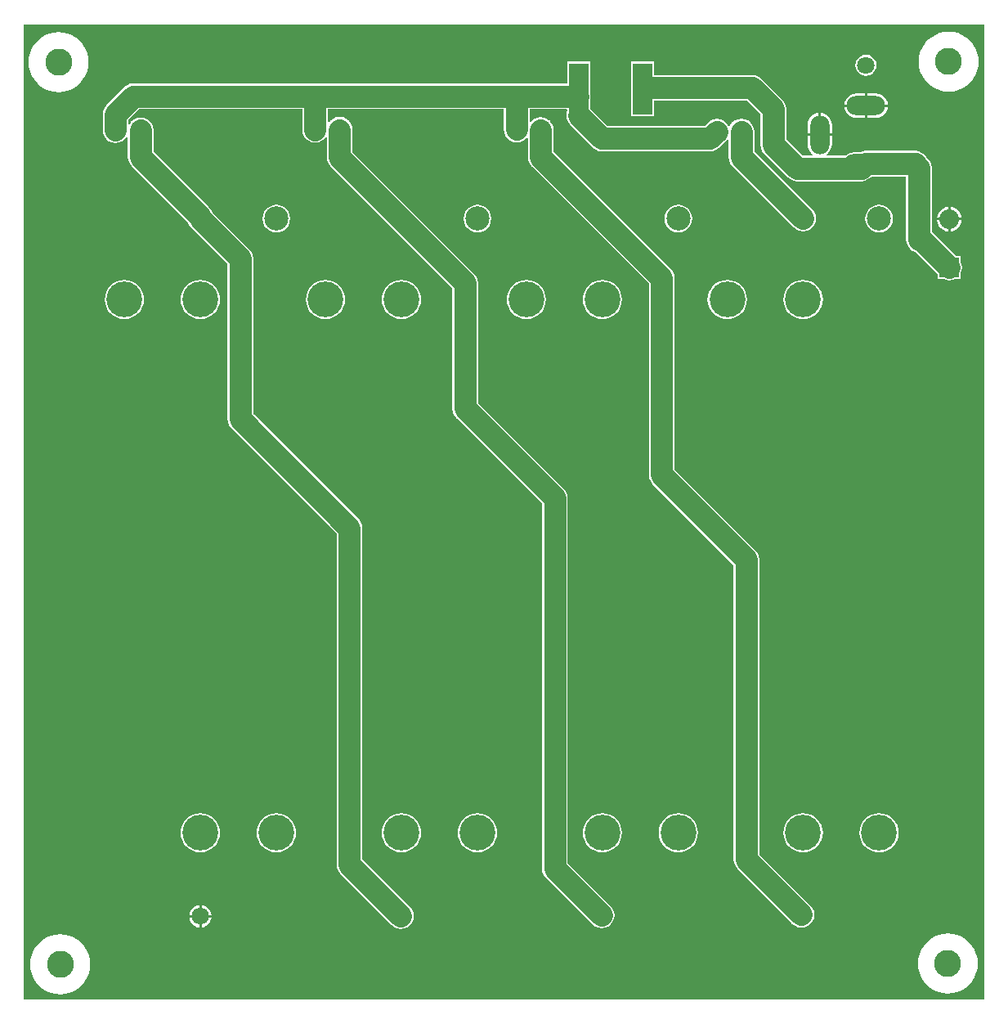
<source format=gbl>
G04*
G04 #@! TF.GenerationSoftware,Altium Limited,Altium Designer,19.1.5 (86)*
G04*
G04 Layer_Physical_Order=2*
G04 Layer_Color=16711680*
%FSLAX24Y24*%
%MOIN*%
G70*
G01*
G75*
%ADD25C,0.0070*%
%ADD26C,0.1457*%
%ADD27C,0.0709*%
%ADD28C,0.0984*%
%ADD29C,0.0800*%
%ADD30R,0.0800X0.0800*%
%ADD31O,0.1772X0.0787*%
%ADD32O,0.1575X0.0787*%
%ADD33O,0.0787X0.1575*%
%ADD34R,0.0620X0.0620*%
%ADD35C,0.0620*%
%ADD36C,0.1100*%
%ADD37R,0.0787X0.2087*%
%ADD38C,0.0900*%
G36*
X38860Y39460D02*
X38860Y-280D01*
X-280Y-280D01*
X-280Y39460D01*
X38860Y39460D01*
D02*
G37*
%LPC*%
G36*
X34050Y38232D02*
X33939Y38217D01*
X33836Y38174D01*
X33747Y38106D01*
X33679Y38018D01*
X33637Y37914D01*
X33622Y37804D01*
X33637Y37693D01*
X33679Y37590D01*
X33747Y37501D01*
X33836Y37433D01*
X33939Y37390D01*
X34050Y37376D01*
X34161Y37390D01*
X34264Y37433D01*
X34353Y37501D01*
X34421Y37590D01*
X34463Y37693D01*
X34478Y37804D01*
X34463Y37914D01*
X34421Y38018D01*
X34353Y38106D01*
X34264Y38174D01*
X34161Y38217D01*
X34050Y38232D01*
D02*
G37*
G36*
X37420Y39174D02*
X37229Y39159D01*
X37042Y39114D01*
X36864Y39040D01*
X36701Y38940D01*
X36555Y38815D01*
X36430Y38669D01*
X36330Y38506D01*
X36256Y38328D01*
X36211Y38141D01*
X36196Y37950D01*
X36211Y37759D01*
X36256Y37572D01*
X36330Y37394D01*
X36430Y37231D01*
X36555Y37085D01*
X36701Y36960D01*
X36864Y36860D01*
X37042Y36786D01*
X37229Y36741D01*
X37420Y36726D01*
X37611Y36741D01*
X37798Y36786D01*
X37976Y36860D01*
X38139Y36960D01*
X38285Y37085D01*
X38410Y37231D01*
X38510Y37394D01*
X38584Y37572D01*
X38629Y37759D01*
X38644Y37950D01*
X38629Y38141D01*
X38584Y38328D01*
X38510Y38506D01*
X38410Y38669D01*
X38285Y38815D01*
X38139Y38940D01*
X37976Y39040D01*
X37798Y39114D01*
X37611Y39159D01*
X37420Y39174D01*
D02*
G37*
G36*
X1130Y39154D02*
X939Y39139D01*
X752Y39094D01*
X574Y39020D01*
X411Y38920D01*
X265Y38795D01*
X140Y38649D01*
X40Y38486D01*
X-34Y38308D01*
X-79Y38121D01*
X-94Y37930D01*
X-79Y37739D01*
X-34Y37552D01*
X40Y37374D01*
X140Y37211D01*
X265Y37065D01*
X411Y36940D01*
X574Y36840D01*
X752Y36766D01*
X939Y36721D01*
X1130Y36706D01*
X1321Y36721D01*
X1508Y36766D01*
X1686Y36840D01*
X1849Y36940D01*
X1995Y37065D01*
X2120Y37211D01*
X2220Y37374D01*
X2294Y37552D01*
X2339Y37739D01*
X2354Y37930D01*
X2339Y38121D01*
X2294Y38308D01*
X2220Y38486D01*
X2120Y38649D01*
X1995Y38795D01*
X1849Y38920D01*
X1686Y39020D01*
X1508Y39094D01*
X1321Y39139D01*
X1130Y39154D01*
D02*
G37*
G36*
X34444Y36648D02*
X34100D01*
Y36200D01*
X34935D01*
X34925Y36279D01*
X34875Y36399D01*
X34796Y36502D01*
X34693Y36581D01*
X34573Y36631D01*
X34444Y36648D01*
D02*
G37*
G36*
X34000D02*
X33656D01*
X33527Y36631D01*
X33407Y36581D01*
X33304Y36502D01*
X33225Y36399D01*
X33175Y36279D01*
X33165Y36200D01*
X34000D01*
Y36648D01*
D02*
G37*
G36*
X34935Y36100D02*
X34100D01*
Y35652D01*
X34444D01*
X34573Y35669D01*
X34693Y35719D01*
X34796Y35798D01*
X34875Y35901D01*
X34925Y36021D01*
X34935Y36100D01*
D02*
G37*
G36*
X34000D02*
X33165D01*
X33175Y36021D01*
X33225Y35901D01*
X33304Y35798D01*
X33407Y35719D01*
X33527Y35669D01*
X33656Y35652D01*
X34000D01*
Y36100D01*
D02*
G37*
G36*
X32210Y35854D02*
Y35019D01*
X32658D01*
Y35363D01*
X32641Y35491D01*
X32591Y35612D01*
X32512Y35715D01*
X32409Y35794D01*
X32289Y35844D01*
X32210Y35854D01*
D02*
G37*
G36*
X32110D02*
X32031Y35844D01*
X31911Y35794D01*
X31808Y35715D01*
X31729Y35612D01*
X31679Y35491D01*
X31662Y35363D01*
Y35019D01*
X32110D01*
Y35854D01*
D02*
G37*
G36*
X37500Y32026D02*
Y31579D01*
X37948D01*
X37937Y31659D01*
X37887Y31781D01*
X37807Y31885D01*
X37702Y31965D01*
X37581Y32016D01*
X37500Y32026D01*
D02*
G37*
G36*
X37400D02*
X37319Y32016D01*
X37198Y31965D01*
X37093Y31885D01*
X37013Y31781D01*
X36963Y31659D01*
X36952Y31579D01*
X37400D01*
Y32026D01*
D02*
G37*
G36*
X37948Y31479D02*
X37500D01*
Y31031D01*
X37581Y31041D01*
X37702Y31092D01*
X37807Y31172D01*
X37887Y31276D01*
X37937Y31398D01*
X37948Y31479D01*
D02*
G37*
G36*
X37400D02*
X36952D01*
X36963Y31398D01*
X37013Y31276D01*
X37093Y31172D01*
X37198Y31092D01*
X37319Y31041D01*
X37400Y31031D01*
Y31479D01*
D02*
G37*
G36*
X22814Y37943D02*
X21887D01*
Y37064D01*
X4190D01*
X4054Y37047D01*
X3928Y36994D01*
X3819Y36911D01*
X3079Y36171D01*
X2996Y36062D01*
X2943Y35936D01*
X2926Y35800D01*
Y35150D01*
X2943Y35014D01*
X2996Y34888D01*
X3079Y34779D01*
X3188Y34696D01*
X3314Y34643D01*
X3450Y34626D01*
X3586Y34643D01*
X3712Y34696D01*
X3821Y34779D01*
X3904Y34888D01*
X3906Y34893D01*
X3956Y34883D01*
Y34060D01*
X3973Y33924D01*
X4026Y33798D01*
X4109Y33689D01*
X6414Y31384D01*
X6454Y31287D01*
X6538Y31178D01*
X8016Y29700D01*
Y23390D01*
X8033Y23254D01*
X8086Y23128D01*
X8169Y23019D01*
X12466Y18723D01*
Y5215D01*
X12483Y5079D01*
X12536Y4952D01*
X12619Y4844D01*
X14718Y2745D01*
X14826Y2662D01*
X14953Y2610D01*
X15088Y2592D01*
X15224Y2610D01*
X15351Y2662D01*
X15459Y2745D01*
X15543Y2854D01*
X15595Y2980D01*
X15613Y3116D01*
X15595Y3252D01*
X15543Y3378D01*
X15459Y3487D01*
X13514Y5432D01*
Y18940D01*
X13497Y19076D01*
X13444Y19202D01*
X13361Y19311D01*
X9064Y23607D01*
Y29918D01*
X9047Y30053D01*
X8994Y30180D01*
X8911Y30289D01*
X7403Y31796D01*
X7363Y31894D01*
X7279Y32002D01*
X5004Y34277D01*
Y35150D01*
X4987Y35286D01*
X4934Y35412D01*
X4851Y35521D01*
X4742Y35604D01*
X4616Y35657D01*
X4480Y35674D01*
X4344Y35657D01*
X4218Y35604D01*
X4121Y35530D01*
X4070D01*
Y35470D01*
X4026Y35412D01*
X4024Y35407D01*
X3974Y35417D01*
Y35583D01*
X4407Y36016D01*
X11066D01*
Y35170D01*
X11083Y35034D01*
X11136Y34908D01*
X11219Y34799D01*
X11328Y34716D01*
X11454Y34663D01*
X11590Y34646D01*
X11726Y34663D01*
X11852Y34716D01*
X11961Y34799D01*
X12016Y34870D01*
X12066Y34853D01*
Y34048D01*
X12083Y33912D01*
X12136Y33785D01*
X12219Y33677D01*
X17186Y28710D01*
Y23810D01*
X17203Y23674D01*
X17256Y23548D01*
X17339Y23439D01*
X20836Y19943D01*
Y5067D01*
X20853Y4931D01*
X20906Y4805D01*
X20989Y4696D01*
X22899Y2786D01*
X23008Y2703D01*
X23134Y2650D01*
X23270Y2632D01*
X23406Y2650D01*
X23532Y2703D01*
X23641Y2786D01*
X23724Y2895D01*
X23777Y3021D01*
X23794Y3157D01*
X23777Y3293D01*
X23724Y3419D01*
X23641Y3528D01*
X21884Y5284D01*
Y20160D01*
X21867Y20296D01*
X21814Y20422D01*
X21731Y20531D01*
X18234Y24027D01*
Y28928D01*
X18217Y29063D01*
X18164Y29190D01*
X18081Y29299D01*
X13114Y34265D01*
Y35170D01*
X13097Y35306D01*
X13044Y35432D01*
X12970Y35529D01*
Y35550D01*
X12949D01*
X12852Y35624D01*
X12726Y35677D01*
X12590Y35694D01*
X12454Y35677D01*
X12328Y35624D01*
X12231Y35550D01*
X12210D01*
Y35529D01*
X12164Y35470D01*
X12114Y35487D01*
Y36016D01*
X19286D01*
Y35180D01*
X19303Y35044D01*
X19356Y34918D01*
X19439Y34809D01*
X19548Y34726D01*
X19674Y34673D01*
X19810Y34656D01*
X19946Y34673D01*
X20072Y34726D01*
X20181Y34809D01*
X20216Y34854D01*
X20266Y34837D01*
Y34070D01*
X20283Y33934D01*
X20336Y33808D01*
X20419Y33699D01*
X25196Y28923D01*
Y21110D01*
X25213Y20974D01*
X25266Y20848D01*
X25349Y20739D01*
X28656Y17433D01*
X28656Y5417D01*
X28673Y5281D01*
X28726Y5155D01*
X28809Y5046D01*
X31049Y2806D01*
X31158Y2723D01*
X31284Y2670D01*
X31420Y2652D01*
X31556Y2670D01*
X31682Y2723D01*
X31791Y2806D01*
X31874Y2915D01*
X31927Y3041D01*
X31944Y3177D01*
X31927Y3313D01*
X31874Y3439D01*
X31791Y3548D01*
X29704Y5634D01*
X29704Y17650D01*
X29687Y17786D01*
X29634Y17912D01*
X29551Y18021D01*
X26244Y21327D01*
Y29140D01*
X26227Y29276D01*
X26174Y29402D01*
X26091Y29511D01*
X21314Y34287D01*
Y35160D01*
X21297Y35296D01*
X21244Y35422D01*
X21190Y35493D01*
Y35560D01*
X21123D01*
X21052Y35614D01*
X20926Y35667D01*
X20790Y35684D01*
X20654Y35667D01*
X20528Y35614D01*
X20457Y35560D01*
X20430D01*
Y35539D01*
X20419Y35531D01*
X20384Y35486D01*
X20334Y35503D01*
Y36016D01*
X21849D01*
X21878Y35966D01*
X21844Y35885D01*
X21826Y35749D01*
X21844Y35613D01*
X21897Y35487D01*
X21980Y35378D01*
X22919Y34439D01*
X23028Y34356D01*
X23154Y34303D01*
X23290Y34286D01*
X27680D01*
X27816Y34303D01*
X27942Y34356D01*
X28051Y34439D01*
X28341Y34729D01*
X28396Y34800D01*
X28446Y34783D01*
Y34070D01*
X28463Y33934D01*
X28516Y33808D01*
X28599Y33699D01*
X31119Y31179D01*
X31228Y31096D01*
X31354Y31043D01*
X31490Y31026D01*
X31626Y31043D01*
X31752Y31096D01*
X31861Y31179D01*
X31944Y31288D01*
X31997Y31414D01*
X32014Y31550D01*
X31997Y31686D01*
X31944Y31812D01*
X31861Y31921D01*
X29494Y34287D01*
Y35100D01*
X29477Y35236D01*
X29424Y35362D01*
X29350Y35459D01*
Y35480D01*
X29329D01*
X29232Y35554D01*
X29106Y35607D01*
X28970Y35624D01*
X28834Y35607D01*
X28708Y35554D01*
X28611Y35480D01*
X28590D01*
Y35459D01*
X28516Y35362D01*
X28495Y35312D01*
X28445D01*
X28424Y35362D01*
X28341Y35471D01*
X28232Y35554D01*
X28106Y35607D01*
X27970Y35624D01*
X27834Y35607D01*
X27708Y35554D01*
X27599Y35471D01*
X27463Y35334D01*
X23507D01*
X22814Y36027D01*
Y36506D01*
X22819Y36540D01*
X22814Y36574D01*
Y37943D01*
D02*
G37*
G36*
X34588Y32117D02*
X34442Y32098D01*
X34305Y32041D01*
X34188Y31951D01*
X34097Y31833D01*
X34041Y31697D01*
X34021Y31550D01*
X34041Y31403D01*
X34097Y31267D01*
X34188Y31149D01*
X34305Y31059D01*
X34442Y31002D01*
X34588Y30983D01*
X34735Y31002D01*
X34872Y31059D01*
X34989Y31149D01*
X35079Y31267D01*
X35136Y31403D01*
X35155Y31550D01*
X35136Y31697D01*
X35079Y31833D01*
X34989Y31951D01*
X34872Y32041D01*
X34735Y32098D01*
X34588Y32117D01*
D02*
G37*
G36*
X26398D02*
X26252Y32098D01*
X26115Y32041D01*
X25998Y31951D01*
X25907Y31833D01*
X25851Y31697D01*
X25831Y31550D01*
X25851Y31403D01*
X25907Y31267D01*
X25998Y31149D01*
X26115Y31059D01*
X26252Y31002D01*
X26398Y30983D01*
X26545Y31002D01*
X26682Y31059D01*
X26799Y31149D01*
X26889Y31267D01*
X26946Y31403D01*
X26965Y31550D01*
X26946Y31697D01*
X26889Y31833D01*
X26799Y31951D01*
X26682Y32041D01*
X26545Y32098D01*
X26398Y32117D01*
D02*
G37*
G36*
X18208D02*
X18062Y32098D01*
X17925Y32041D01*
X17808Y31951D01*
X17717Y31833D01*
X17661Y31697D01*
X17641Y31550D01*
X17661Y31403D01*
X17717Y31267D01*
X17808Y31149D01*
X17925Y31059D01*
X18062Y31002D01*
X18208Y30983D01*
X18355Y31002D01*
X18492Y31059D01*
X18609Y31149D01*
X18699Y31267D01*
X18756Y31403D01*
X18775Y31550D01*
X18756Y31697D01*
X18699Y31833D01*
X18609Y31951D01*
X18492Y32041D01*
X18355Y32098D01*
X18208Y32117D01*
D02*
G37*
G36*
X10008D02*
X9862Y32098D01*
X9725Y32041D01*
X9608Y31951D01*
X9517Y31833D01*
X9461Y31697D01*
X9441Y31550D01*
X9461Y31403D01*
X9517Y31267D01*
X9608Y31149D01*
X9725Y31059D01*
X9862Y31002D01*
X10008Y30983D01*
X10155Y31002D01*
X10292Y31059D01*
X10409Y31149D01*
X10499Y31267D01*
X10556Y31403D01*
X10575Y31550D01*
X10556Y31697D01*
X10499Y31833D01*
X10409Y31951D01*
X10292Y32041D01*
X10155Y32098D01*
X10008Y32117D01*
D02*
G37*
G36*
X25413Y37943D02*
X24486D01*
Y36962D01*
X24475Y36880D01*
X24486Y36798D01*
Y35717D01*
X25413D01*
Y36356D01*
X29203D01*
X29746Y35813D01*
Y34570D01*
X29763Y34434D01*
X29816Y34308D01*
X29899Y34199D01*
X30869Y33229D01*
X30978Y33146D01*
X31104Y33093D01*
X31240Y33076D01*
X33862D01*
X33998Y33093D01*
X34124Y33146D01*
X34233Y33229D01*
X34259Y33263D01*
X35689D01*
Y30697D01*
X35707Y30561D01*
X35759Y30434D01*
X35843Y30326D01*
X35951Y30242D01*
X36078Y30190D01*
X36078Y30190D01*
X36980Y29288D01*
Y29090D01*
X37226D01*
X37314Y29053D01*
X37450Y29036D01*
X37586Y29053D01*
X37674Y29090D01*
X37920D01*
Y29336D01*
X37957Y29424D01*
X37974Y29560D01*
X37957Y29696D01*
X37920Y29784D01*
Y30030D01*
X37722D01*
X36738Y31014D01*
Y33637D01*
X36720Y33772D01*
X36668Y33899D01*
X36584Y34007D01*
X36499Y34073D01*
X36433Y34159D01*
X36324Y34242D01*
X36198Y34294D01*
X36062Y34312D01*
X34050D01*
X33914Y34294D01*
X33820Y34255D01*
X33558D01*
X33437Y34240D01*
X33324Y34193D01*
X33235Y34124D01*
X32466D01*
X32449Y34174D01*
X32512Y34223D01*
X32591Y34326D01*
X32641Y34446D01*
X32658Y34575D01*
Y34919D01*
X31662D01*
Y34575D01*
X31679Y34446D01*
X31729Y34326D01*
X31808Y34223D01*
X31871Y34174D01*
X31854Y34124D01*
X31457D01*
X30794Y34787D01*
Y36030D01*
X30777Y36166D01*
X30724Y36292D01*
X30641Y36401D01*
X29791Y37251D01*
X29682Y37334D01*
X29556Y37387D01*
X29420Y37404D01*
X25413D01*
Y37943D01*
D02*
G37*
G36*
X31490Y29053D02*
X31333Y29038D01*
X31183Y28992D01*
X31044Y28918D01*
X30923Y28818D01*
X30823Y28696D01*
X30749Y28558D01*
X30703Y28407D01*
X30688Y28251D01*
X30703Y28094D01*
X30749Y27944D01*
X30823Y27805D01*
X30923Y27684D01*
X31044Y27584D01*
X31183Y27510D01*
X31333Y27464D01*
X31490Y27449D01*
X31646Y27464D01*
X31797Y27510D01*
X31936Y27584D01*
X32057Y27684D01*
X32157Y27805D01*
X32231Y27944D01*
X32277Y28094D01*
X32292Y28251D01*
X32277Y28407D01*
X32231Y28558D01*
X32157Y28696D01*
X32057Y28818D01*
X31936Y28918D01*
X31797Y28992D01*
X31646Y29038D01*
X31490Y29053D01*
D02*
G37*
G36*
X28392D02*
X28235Y29038D01*
X28085Y28992D01*
X27946Y28918D01*
X27824Y28818D01*
X27725Y28696D01*
X27650Y28558D01*
X27605Y28407D01*
X27589Y28251D01*
X27605Y28094D01*
X27650Y27944D01*
X27725Y27805D01*
X27824Y27684D01*
X27946Y27584D01*
X28085Y27510D01*
X28235Y27464D01*
X28392Y27449D01*
X28548Y27464D01*
X28699Y27510D01*
X28837Y27584D01*
X28959Y27684D01*
X29059Y27805D01*
X29133Y27944D01*
X29178Y28094D01*
X29194Y28251D01*
X29178Y28407D01*
X29133Y28558D01*
X29059Y28696D01*
X28959Y28818D01*
X28837Y28918D01*
X28699Y28992D01*
X28548Y29038D01*
X28392Y29053D01*
D02*
G37*
G36*
X23300D02*
X23143Y29038D01*
X22993Y28992D01*
X22854Y28918D01*
X22733Y28818D01*
X22633Y28696D01*
X22559Y28558D01*
X22513Y28407D01*
X22498Y28251D01*
X22513Y28094D01*
X22559Y27944D01*
X22633Y27805D01*
X22733Y27684D01*
X22854Y27584D01*
X22993Y27510D01*
X23143Y27464D01*
X23300Y27449D01*
X23456Y27464D01*
X23607Y27510D01*
X23746Y27584D01*
X23867Y27684D01*
X23967Y27805D01*
X24041Y27944D01*
X24087Y28094D01*
X24102Y28251D01*
X24087Y28407D01*
X24041Y28558D01*
X23967Y28696D01*
X23867Y28818D01*
X23746Y28918D01*
X23607Y28992D01*
X23456Y29038D01*
X23300Y29053D01*
D02*
G37*
G36*
X20202D02*
X20045Y29038D01*
X19895Y28992D01*
X19756Y28918D01*
X19634Y28818D01*
X19535Y28696D01*
X19460Y28558D01*
X19415Y28407D01*
X19399Y28251D01*
X19415Y28094D01*
X19460Y27944D01*
X19535Y27805D01*
X19634Y27684D01*
X19756Y27584D01*
X19895Y27510D01*
X20045Y27464D01*
X20202Y27449D01*
X20358Y27464D01*
X20509Y27510D01*
X20647Y27584D01*
X20769Y27684D01*
X20869Y27805D01*
X20943Y27944D01*
X20988Y28094D01*
X21004Y28251D01*
X20988Y28407D01*
X20943Y28558D01*
X20869Y28696D01*
X20769Y28818D01*
X20647Y28918D01*
X20509Y28992D01*
X20358Y29038D01*
X20202Y29053D01*
D02*
G37*
G36*
X15110D02*
X14954Y29038D01*
X14803Y28992D01*
X14664Y28918D01*
X14543Y28818D01*
X14443Y28696D01*
X14369Y28558D01*
X14323Y28407D01*
X14308Y28251D01*
X14323Y28094D01*
X14369Y27944D01*
X14443Y27805D01*
X14543Y27684D01*
X14664Y27584D01*
X14803Y27510D01*
X14954Y27464D01*
X15110Y27449D01*
X15266Y27464D01*
X15417Y27510D01*
X15556Y27584D01*
X15677Y27684D01*
X15777Y27805D01*
X15851Y27944D01*
X15897Y28094D01*
X15912Y28251D01*
X15897Y28407D01*
X15851Y28558D01*
X15777Y28696D01*
X15677Y28818D01*
X15556Y28918D01*
X15417Y28992D01*
X15266Y29038D01*
X15110Y29053D01*
D02*
G37*
G36*
X12012D02*
X11855Y29038D01*
X11705Y28992D01*
X11566Y28918D01*
X11444Y28818D01*
X11345Y28696D01*
X11270Y28558D01*
X11225Y28407D01*
X11209Y28251D01*
X11225Y28094D01*
X11270Y27944D01*
X11345Y27805D01*
X11444Y27684D01*
X11566Y27584D01*
X11705Y27510D01*
X11855Y27464D01*
X12012Y27449D01*
X12168Y27464D01*
X12319Y27510D01*
X12457Y27584D01*
X12579Y27684D01*
X12679Y27805D01*
X12753Y27944D01*
X12798Y28094D01*
X12814Y28251D01*
X12798Y28407D01*
X12753Y28558D01*
X12679Y28696D01*
X12579Y28818D01*
X12457Y28918D01*
X12319Y28992D01*
X12168Y29038D01*
X12012Y29053D01*
D02*
G37*
G36*
X6910D02*
X6754Y29038D01*
X6603Y28992D01*
X6464Y28918D01*
X6343Y28818D01*
X6243Y28696D01*
X6169Y28558D01*
X6123Y28407D01*
X6108Y28251D01*
X6123Y28094D01*
X6169Y27944D01*
X6243Y27805D01*
X6343Y27684D01*
X6464Y27584D01*
X6603Y27510D01*
X6754Y27464D01*
X6910Y27449D01*
X7067Y27464D01*
X7217Y27510D01*
X7356Y27584D01*
X7477Y27684D01*
X7577Y27805D01*
X7651Y27944D01*
X7697Y28094D01*
X7712Y28251D01*
X7697Y28407D01*
X7651Y28558D01*
X7577Y28696D01*
X7477Y28818D01*
X7356Y28918D01*
X7217Y28992D01*
X7067Y29038D01*
X6910Y29053D01*
D02*
G37*
G36*
X3812D02*
X3655Y29038D01*
X3505Y28992D01*
X3366Y28918D01*
X3244Y28818D01*
X3145Y28696D01*
X3070Y28558D01*
X3025Y28407D01*
X3009Y28251D01*
X3025Y28094D01*
X3070Y27944D01*
X3145Y27805D01*
X3244Y27684D01*
X3366Y27584D01*
X3505Y27510D01*
X3655Y27464D01*
X3812Y27449D01*
X3968Y27464D01*
X4119Y27510D01*
X4257Y27584D01*
X4379Y27684D01*
X4479Y27805D01*
X4553Y27944D01*
X4598Y28094D01*
X4614Y28251D01*
X4598Y28407D01*
X4553Y28558D01*
X4479Y28696D01*
X4379Y28818D01*
X4257Y28918D01*
X4119Y28992D01*
X3968Y29038D01*
X3812Y29053D01*
D02*
G37*
G36*
X34588Y7321D02*
X34432Y7305D01*
X34281Y7260D01*
X34143Y7186D01*
X34021Y7086D01*
X33921Y6964D01*
X33847Y6826D01*
X33802Y6675D01*
X33786Y6518D01*
X33802Y6362D01*
X33847Y6212D01*
X33921Y6073D01*
X34021Y5951D01*
X34143Y5851D01*
X34281Y5777D01*
X34432Y5732D01*
X34588Y5716D01*
X34745Y5732D01*
X34895Y5777D01*
X35034Y5851D01*
X35156Y5951D01*
X35255Y6073D01*
X35330Y6212D01*
X35375Y6362D01*
X35391Y6518D01*
X35375Y6675D01*
X35330Y6826D01*
X35255Y6964D01*
X35156Y7086D01*
X35034Y7186D01*
X34895Y7260D01*
X34745Y7305D01*
X34588Y7321D01*
D02*
G37*
G36*
X31490D02*
X31333Y7305D01*
X31183Y7260D01*
X31044Y7186D01*
X30923Y7086D01*
X30823Y6964D01*
X30749Y6826D01*
X30703Y6675D01*
X30688Y6518D01*
X30703Y6362D01*
X30749Y6212D01*
X30823Y6073D01*
X30923Y5951D01*
X31044Y5851D01*
X31183Y5777D01*
X31333Y5732D01*
X31490Y5716D01*
X31646Y5732D01*
X31797Y5777D01*
X31936Y5851D01*
X32057Y5951D01*
X32157Y6073D01*
X32231Y6212D01*
X32277Y6362D01*
X32292Y6518D01*
X32277Y6675D01*
X32231Y6826D01*
X32157Y6964D01*
X32057Y7086D01*
X31936Y7186D01*
X31797Y7260D01*
X31646Y7305D01*
X31490Y7321D01*
D02*
G37*
G36*
X26398D02*
X26242Y7305D01*
X26091Y7260D01*
X25953Y7186D01*
X25831Y7086D01*
X25731Y6964D01*
X25657Y6826D01*
X25612Y6675D01*
X25596Y6518D01*
X25612Y6362D01*
X25657Y6212D01*
X25731Y6073D01*
X25831Y5951D01*
X25953Y5851D01*
X26091Y5777D01*
X26242Y5732D01*
X26398Y5716D01*
X26555Y5732D01*
X26705Y5777D01*
X26844Y5851D01*
X26966Y5951D01*
X27065Y6073D01*
X27140Y6212D01*
X27185Y6362D01*
X27201Y6518D01*
X27185Y6675D01*
X27140Y6826D01*
X27065Y6964D01*
X26966Y7086D01*
X26844Y7186D01*
X26705Y7260D01*
X26555Y7305D01*
X26398Y7321D01*
D02*
G37*
G36*
X23300D02*
X23143Y7305D01*
X22993Y7260D01*
X22854Y7186D01*
X22733Y7086D01*
X22633Y6964D01*
X22559Y6826D01*
X22513Y6675D01*
X22498Y6518D01*
X22513Y6362D01*
X22559Y6212D01*
X22633Y6073D01*
X22733Y5951D01*
X22854Y5851D01*
X22993Y5777D01*
X23143Y5732D01*
X23300Y5716D01*
X23456Y5732D01*
X23607Y5777D01*
X23746Y5851D01*
X23867Y5951D01*
X23967Y6073D01*
X24041Y6212D01*
X24087Y6362D01*
X24102Y6518D01*
X24087Y6675D01*
X24041Y6826D01*
X23967Y6964D01*
X23867Y7086D01*
X23746Y7186D01*
X23607Y7260D01*
X23456Y7305D01*
X23300Y7321D01*
D02*
G37*
G36*
X18208D02*
X18052Y7305D01*
X17901Y7260D01*
X17763Y7186D01*
X17641Y7086D01*
X17541Y6964D01*
X17467Y6826D01*
X17422Y6675D01*
X17406Y6518D01*
X17422Y6362D01*
X17467Y6212D01*
X17541Y6073D01*
X17641Y5951D01*
X17763Y5851D01*
X17901Y5777D01*
X18052Y5732D01*
X18208Y5716D01*
X18365Y5732D01*
X18515Y5777D01*
X18654Y5851D01*
X18776Y5951D01*
X18875Y6073D01*
X18950Y6212D01*
X18995Y6362D01*
X19011Y6518D01*
X18995Y6675D01*
X18950Y6826D01*
X18875Y6964D01*
X18776Y7086D01*
X18654Y7186D01*
X18515Y7260D01*
X18365Y7305D01*
X18208Y7321D01*
D02*
G37*
G36*
X15110D02*
X14954Y7305D01*
X14803Y7260D01*
X14664Y7186D01*
X14543Y7086D01*
X14443Y6964D01*
X14369Y6826D01*
X14323Y6675D01*
X14308Y6518D01*
X14323Y6362D01*
X14369Y6212D01*
X14443Y6073D01*
X14543Y5951D01*
X14664Y5851D01*
X14803Y5777D01*
X14954Y5732D01*
X15110Y5716D01*
X15266Y5732D01*
X15417Y5777D01*
X15556Y5851D01*
X15677Y5951D01*
X15777Y6073D01*
X15851Y6212D01*
X15897Y6362D01*
X15912Y6518D01*
X15897Y6675D01*
X15851Y6826D01*
X15777Y6964D01*
X15677Y7086D01*
X15556Y7186D01*
X15417Y7260D01*
X15266Y7305D01*
X15110Y7321D01*
D02*
G37*
G36*
X10008D02*
X9852Y7305D01*
X9701Y7260D01*
X9563Y7186D01*
X9441Y7086D01*
X9341Y6964D01*
X9267Y6826D01*
X9222Y6675D01*
X9206Y6518D01*
X9222Y6362D01*
X9267Y6212D01*
X9341Y6073D01*
X9441Y5951D01*
X9563Y5851D01*
X9701Y5777D01*
X9852Y5732D01*
X10008Y5716D01*
X10165Y5732D01*
X10315Y5777D01*
X10454Y5851D01*
X10576Y5951D01*
X10675Y6073D01*
X10750Y6212D01*
X10795Y6362D01*
X10811Y6518D01*
X10795Y6675D01*
X10750Y6826D01*
X10675Y6964D01*
X10576Y7086D01*
X10454Y7186D01*
X10315Y7260D01*
X10165Y7305D01*
X10008Y7321D01*
D02*
G37*
G36*
X6910D02*
X6754Y7305D01*
X6603Y7260D01*
X6464Y7186D01*
X6343Y7086D01*
X6243Y6964D01*
X6169Y6826D01*
X6123Y6675D01*
X6108Y6518D01*
X6123Y6362D01*
X6169Y6212D01*
X6243Y6073D01*
X6343Y5951D01*
X6464Y5851D01*
X6603Y5777D01*
X6754Y5732D01*
X6910Y5716D01*
X7067Y5732D01*
X7217Y5777D01*
X7356Y5851D01*
X7477Y5951D01*
X7577Y6073D01*
X7651Y6212D01*
X7697Y6362D01*
X7712Y6518D01*
X7697Y6675D01*
X7651Y6826D01*
X7577Y6964D01*
X7477Y7086D01*
X7356Y7186D01*
X7217Y7260D01*
X7067Y7305D01*
X6910Y7321D01*
D02*
G37*
G36*
X6960Y3569D02*
Y3167D01*
X7362D01*
X7353Y3236D01*
X7307Y3346D01*
X7234Y3441D01*
X7139Y3514D01*
X7029Y3560D01*
X6960Y3569D01*
D02*
G37*
G36*
X6860D02*
X6791Y3560D01*
X6681Y3514D01*
X6586Y3441D01*
X6513Y3346D01*
X6467Y3236D01*
X6458Y3167D01*
X6860D01*
Y3569D01*
D02*
G37*
G36*
X7362Y3067D02*
X6960D01*
Y2665D01*
X7029Y2674D01*
X7139Y2720D01*
X7234Y2793D01*
X7307Y2888D01*
X7353Y2998D01*
X7362Y3067D01*
D02*
G37*
G36*
X6860D02*
X6458D01*
X6467Y2998D01*
X6513Y2888D01*
X6586Y2793D01*
X6681Y2720D01*
X6791Y2674D01*
X6860Y2665D01*
Y3067D01*
D02*
G37*
G36*
X37390Y2414D02*
X37199Y2399D01*
X37012Y2354D01*
X36834Y2280D01*
X36671Y2180D01*
X36525Y2055D01*
X36400Y1909D01*
X36300Y1746D01*
X36226Y1568D01*
X36181Y1381D01*
X36166Y1190D01*
X36181Y999D01*
X36226Y812D01*
X36300Y634D01*
X36400Y471D01*
X36525Y325D01*
X36671Y200D01*
X36834Y100D01*
X37012Y26D01*
X37199Y-19D01*
X37390Y-34D01*
X37581Y-19D01*
X37768Y26D01*
X37946Y100D01*
X38109Y200D01*
X38255Y325D01*
X38380Y471D01*
X38480Y634D01*
X38554Y812D01*
X38599Y999D01*
X38614Y1190D01*
X38599Y1381D01*
X38554Y1568D01*
X38480Y1746D01*
X38380Y1909D01*
X38255Y2055D01*
X38109Y2180D01*
X37946Y2280D01*
X37768Y2354D01*
X37581Y2399D01*
X37390Y2414D01*
D02*
G37*
G36*
X1200Y2384D02*
X1009Y2369D01*
X822Y2324D01*
X644Y2250D01*
X481Y2150D01*
X335Y2025D01*
X210Y1879D01*
X110Y1716D01*
X36Y1538D01*
X-9Y1351D01*
X-24Y1160D01*
X-9Y969D01*
X36Y782D01*
X110Y604D01*
X210Y441D01*
X335Y295D01*
X481Y170D01*
X644Y70D01*
X822Y-4D01*
X1009Y-49D01*
X1200Y-64D01*
X1391Y-49D01*
X1578Y-4D01*
X1756Y70D01*
X1919Y170D01*
X2065Y295D01*
X2190Y441D01*
X2290Y604D01*
X2364Y782D01*
X2409Y969D01*
X2424Y1160D01*
X2409Y1351D01*
X2364Y1538D01*
X2290Y1716D01*
X2190Y1879D01*
X2065Y2025D01*
X1919Y2150D01*
X1756Y2250D01*
X1578Y2324D01*
X1391Y2369D01*
X1200Y2384D01*
D02*
G37*
%LPD*%
D25*
X22351Y35749D02*
Y36830D01*
X33862Y33600D02*
X34050Y33788D01*
X24949Y36830D02*
X24999Y36880D01*
X32160Y34969D02*
Y35363D01*
X36062Y33788D02*
X36213Y33637D01*
Y30697D02*
X36313D01*
X6908Y31549D02*
Y31632D01*
X34050Y35990D02*
Y36150D01*
X11590Y36530D02*
X11600Y36540D01*
X20790Y35160D02*
X20810Y35180D01*
D26*
X6910Y6518D02*
D03*
Y28251D02*
D03*
X10008Y6518D02*
D03*
X3812Y28251D02*
D03*
X15110Y6518D02*
D03*
Y28251D02*
D03*
X18208Y6518D02*
D03*
X12012Y28251D02*
D03*
X23300Y6518D02*
D03*
Y28251D02*
D03*
X26398Y6518D02*
D03*
X20202Y28251D02*
D03*
X31490Y6518D02*
D03*
Y28251D02*
D03*
X34588Y6518D02*
D03*
X28392Y28251D02*
D03*
D27*
X6910Y3117D02*
D03*
Y31550D02*
D03*
X15110Y3117D02*
D03*
Y31550D02*
D03*
X23300Y3117D02*
D03*
Y31550D02*
D03*
X31490Y3117D02*
D03*
Y31550D02*
D03*
X34050Y37804D02*
D03*
D28*
X10008Y31550D02*
D03*
X18208D02*
D03*
X26398D02*
D03*
X34588D02*
D03*
D29*
X37450Y31528D02*
D03*
D30*
Y29560D02*
D03*
D31*
X34050Y33788D02*
D03*
D32*
Y36150D02*
D03*
D33*
X32160Y34969D02*
D03*
D34*
X28970Y35100D02*
D03*
X20810Y35180D02*
D03*
X4450Y35150D02*
D03*
X12590Y35170D02*
D03*
D35*
X27970Y35100D02*
D03*
X19810Y35180D02*
D03*
X3450Y35150D02*
D03*
X11590Y35170D02*
D03*
D36*
X37420Y37950D02*
D03*
X37390Y1190D02*
D03*
X1200Y1160D02*
D03*
X1130Y37930D02*
D03*
D37*
X22351Y36830D02*
D03*
X24949D02*
D03*
D38*
X24999Y36880D02*
X29420D01*
X30270Y34570D02*
Y36030D01*
X29420Y36880D02*
X30270Y36030D01*
Y34570D02*
X31240Y33600D01*
X23290Y34810D02*
X27680D01*
X22351Y35749D02*
X23290Y34810D01*
X27680D02*
X27970Y35100D01*
X19810Y36540D02*
X22294D01*
X31240Y33600D02*
X33862D01*
X28970Y34070D02*
X31490Y31550D01*
X28970Y34070D02*
Y35100D01*
X20790Y34070D02*
X25720Y29140D01*
X20790Y34070D02*
Y35160D01*
X34050Y33788D02*
X36062D01*
X36313Y30697D02*
X37450Y29560D01*
X36213Y30697D02*
Y33637D01*
X29180Y5417D02*
X31420Y3177D01*
X29180Y17650D02*
X29180Y5417D01*
X25720Y21110D02*
X29180Y17650D01*
X12590Y34048D02*
X17710Y28928D01*
Y23810D02*
X21360Y20160D01*
Y5067D02*
Y20160D01*
Y5067D02*
X23270Y3157D01*
X4480Y34060D02*
Y35150D01*
X6908Y31549D02*
X8540Y29918D01*
Y23390D02*
X12990Y18940D01*
Y5215D02*
Y18940D01*
Y5215D02*
X15088Y3116D01*
X19810Y35180D02*
Y36540D01*
X4190D02*
X11600D01*
X3450Y35800D02*
X4190Y36540D01*
X3450Y35150D02*
Y35800D01*
X11590Y35170D02*
Y36530D01*
X11600Y36540D02*
X19810D01*
X12590Y34048D02*
Y35170D01*
X4480Y34060D02*
X6908Y31632D01*
X25720Y21110D02*
Y29140D01*
X17710Y23810D02*
Y28928D01*
X8540Y23390D02*
Y29918D01*
M02*

</source>
